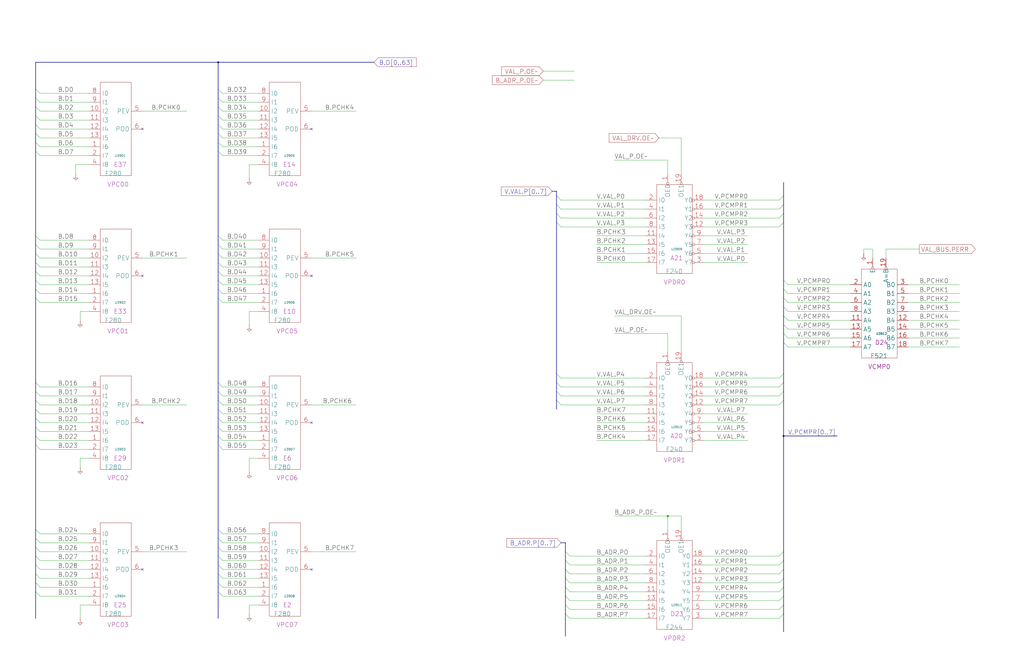
<source format=kicad_sch>
(kicad_sch (version 20220126) (generator eeschema)
  (paper "User" 584.2 378.46)
  (title_block (title "VAL DRIVER AND RECEIVER\\nPARITY") (date "22-MAR-90") (rev "1.0") (comment 1 "VALUE") (comment 2 "232-003063") (comment 3 "S400") (comment 4 "RELEASED"))
  (lib_symbols
    (symbol "r1000:F240" (pin_names (offset 1.016))
      (property "Reference" "U" (at 2.54 5.08 0))
      (property "Value" "F240" (at -3.81 -7.62 0))
      (property "Location" "___" (at -1.27 0 0))
      (property "Name" "______" (at 1.27 -15.24 0))
      (symbol "F240_1_1"
        (rectangle (start -8.89 41.91) (end 11.43 -8.89))
        (circle (center -2.54 42.545) (radius 0.635))
        (circle (center 5.08 42.545) (radius 0.635))
        (circle (center 12.065 -2.54) (radius 0.635))
        (circle (center 12.065 2.54) (radius 0.635))
        (circle (center 12.065 7.62) (radius 0.635))
        (circle (center 12.065 12.7) (radius 0.635))
        (circle (center 12.065 17.78) (radius 0.635))
        (circle (center 12.065 22.86) (radius 0.635))
        (circle (center 12.065 27.94) (radius 0.635))
        (circle (center 12.065 33.02) (radius 0.635))
        (pin input line (at -2.54 48.26 270) (length 5.08) (name "OE0") (number "1"))
        (pin input line (at -15.24 12.7 0) (length 6.35) (name "I4") (number "11"))
        (pin tri_state line (at 17.78 17.78 180) (length 5.08) (name "Y3") (number "12"))
        (pin input line (at -15.24 7.62 0) (length 6.35) (name "I5") (number "13"))
        (pin tri_state line (at 17.78 22.86 180) (length 5.08) (name "Y2") (number "14"))
        (pin input line (at -15.24 2.54 0) (length 6.35) (name "I6") (number "15"))
        (pin tri_state line (at 17.78 27.94 180) (length 5.08) (name "Y1") (number "16"))
        (pin input line (at -15.24 -2.54 0) (length 6.35) (name "I7") (number "17"))
        (pin tri_state line (at 17.78 33.02 180) (length 5.08) (name "Y0") (number "18"))
        (pin input line (at 5.08 48.26 270) (length 5.08) (name "OE1") (number "19"))
        (pin input line (at -15.24 33.02 0) (length 6.35) (name "I0") (number "2"))
        (pin tri_state line (at 17.78 -2.54 180) (length 5.08) (name "Y7") (number "3"))
        (pin input line (at -15.24 27.94 0) (length 6.35) (name "I1") (number "4"))
        (pin tri_state line (at 17.78 2.54 180) (length 5.08) (name "Y6") (number "5"))
        (pin input line (at -15.24 22.86 0) (length 6.35) (name "I2") (number "6"))
        (pin tri_state line (at 17.78 7.62 180) (length 5.08) (name "Y5") (number "7"))
        (pin input line (at -15.24 17.78 0) (length 6.35) (name "I3") (number "8"))
        (pin tri_state line (at 17.78 12.7 180) (length 5.08) (name "Y4") (number "9"))
      )
    )
    (symbol "r1000:F244" (pin_names (offset 1.016))
      (property "Reference" "U" (at 2.54 5.08 0))
      (property "Value" "F244" (at -3.81 -7.62 0))
      (property "Location" "___" (at -1.27 0 0))
      (property "Name" "______" (at 1.27 -15.24 0))
      (symbol "F244_1_1"
        (rectangle (start -8.89 41.91) (end 11.43 -8.89))
        (circle (center -2.54 42.545) (radius 0.635))
        (circle (center 5.08 42.545) (radius 0.635))
        (pin input line (at -2.54 48.26 270) (length 5.08) (name "OE0") (number "1"))
        (pin input line (at -15.24 12.7 0) (length 6.35) (name "I4") (number "11"))
        (pin tri_state line (at 17.78 17.78 180) (length 6.35) (name "Y3") (number "12"))
        (pin input line (at -15.24 7.62 0) (length 6.35) (name "I5") (number "13"))
        (pin tri_state line (at 17.78 22.86 180) (length 6.35) (name "Y2") (number "14"))
        (pin input line (at -15.24 2.54 0) (length 6.35) (name "I6") (number "15"))
        (pin tri_state line (at 17.78 27.94 180) (length 6.35) (name "Y1") (number "16"))
        (pin input line (at -15.24 -2.54 0) (length 6.35) (name "I7") (number "17"))
        (pin tri_state line (at 17.78 33.02 180) (length 6.35) (name "Y0") (number "18"))
        (pin input line (at 5.08 48.26 270) (length 5.08) (name "OE1") (number "19"))
        (pin input line (at -15.24 33.02 0) (length 6.35) (name "I0") (number "2"))
        (pin tri_state line (at 17.78 -2.54 180) (length 6.35) (name "Y7") (number "3"))
        (pin input line (at -15.24 27.94 0) (length 6.35) (name "I1") (number "4"))
        (pin tri_state line (at 17.78 2.54 180) (length 6.35) (name "Y6") (number "5"))
        (pin input line (at -15.24 22.86 0) (length 6.35) (name "I2") (number "6"))
        (pin tri_state line (at 17.78 7.62 180) (length 6.35) (name "Y5") (number "7"))
        (pin input line (at -15.24 17.78 0) (length 6.35) (name "I3") (number "8"))
        (pin tri_state line (at 17.78 12.7 180) (length 6.35) (name "Y4") (number "9"))
      )
    )
    (symbol "r1000:F280" (pin_names (offset 1.016))
      (property "Reference" "U" (at 2.54 5.08 0))
      (property "Value" "F280" (at -6.35 -5.08 0))
      (property "Location" "___" (at -1.27 0 0))
      (property "Name" "______" (at 1.27 -12.7 0))
      (symbol "F280_1_1"
        (rectangle (start -8.89 46.99) (end 8.89 -6.35))
        (pin input line (at -15.24 10.16 0) (length 6.35) (name "I6") (number "1"))
        (pin input line (at -15.24 30.48 0) (length 6.35) (name "I2") (number "10"))
        (pin input line (at -15.24 25.4 0) (length 6.35) (name "I3") (number "11"))
        (pin input line (at -15.24 20.32 0) (length 6.35) (name "I4") (number "12"))
        (pin input line (at -15.24 15.24 0) (length 6.35) (name "I5") (number "13"))
        (pin input line (at -15.24 5.08 0) (length 6.35) (name "I7") (number "2"))
        (pin input line (at -15.24 0 0) (length 6.35) (name "I8") (number "4"))
        (pin output line (at 15.24 30.48 180) (length 6.35) (name "PEV") (number "5"))
        (pin output line (at 15.24 20.32 180) (length 6.35) (name "POD") (number "6"))
        (pin input line (at -15.24 40.64 0) (length 6.35) (name "I0") (number "8"))
        (pin input line (at -15.24 35.56 0) (length 6.35) (name "I1") (number "9"))
      )
    )
    (symbol "r1000:F521" (pin_names (offset 1.016))
      (property "Reference" "U" (at 2.54 5.08 0))
      (property "Value" "F521" (at -3.81 -7.62 0))
      (property "Location" "___" (at -1.27 0 0))
      (property "Name" "______" (at 1.27 -15.24 0))
      (symbol "F521_1_1"
        (rectangle (start -8.89 41.91) (end 11.43 -8.89))
        (circle (center -2.54 42.545) (radius 0.635))
        (circle (center 5.08 42.545) (radius 0.635))
        (pin input line (at -2.54 48.26 270) (length 5.08) (name "E") (number "1"))
        (pin input line (at -15.24 12.7 0) (length 6.35) (name "A4") (number "11"))
        (pin input line (at 17.78 12.7 180) (length 6.35) (name "B4") (number "12"))
        (pin input line (at -15.24 7.62 0) (length 6.35) (name "A5") (number "13"))
        (pin input line (at 17.78 7.62 180) (length 6.35) (name "B5") (number "14"))
        (pin input line (at -15.24 2.54 0) (length 6.35) (name "A6") (number "15"))
        (pin input line (at 17.78 2.54 180) (length 6.35) (name "B6") (number "16"))
        (pin input line (at -15.24 -2.54 0) (length 6.35) (name "A7") (number "17"))
        (pin input line (at 17.78 -2.54 180) (length 6.35) (name "B7") (number "18"))
        (pin output line (at 5.08 48.26 270) (length 5.08) (name "A=B") (number "19"))
        (pin input line (at -15.24 33.02 0) (length 6.35) (name "A0") (number "2"))
        (pin input line (at 17.78 33.02 180) (length 6.35) (name "B0") (number "3"))
        (pin input line (at -15.24 27.94 0) (length 6.35) (name "A1") (number "4"))
        (pin input line (at 17.78 27.94 180) (length 6.35) (name "B1") (number "5"))
        (pin input line (at -15.24 22.86 0) (length 6.35) (name "A2") (number "6"))
        (pin input line (at 17.78 22.86 180) (length 6.35) (name "B2") (number "7"))
        (pin input line (at -15.24 17.78 0) (length 6.35) (name "A3") (number "8"))
        (pin input line (at 17.78 17.78 180) (length 6.35) (name "B3") (number "9"))
      )
    )
    (symbol "r1000:PD" (power) (pin_numbers hide) (pin_names hide) (in_bom no)
      (symbol "PD_0_1"
        (polyline (pts (xy 0 -2.54) (xy 1.27 -2.54) (xy 0 -3.81) (xy -1.27 -2.54) (xy 0 -2.54)) (stroke (width 0.1524)))
      )
      (symbol "PD_1_1"
        (pin power_in line (at 0 0 270) (length 2.54) (name "PD") (number "1"))
      )
    )
  )
  (bus (pts (xy 124.46 134.62) (xy 124.46 139.7)))
  (bus (pts (xy 124.46 139.7) (xy 124.46 144.78)))
  (bus (pts (xy 124.46 144.78) (xy 124.46 149.86)))
  (bus (pts (xy 124.46 149.86) (xy 124.46 154.94)))
  (bus (pts (xy 124.46 154.94) (xy 124.46 160.02)))
  (bus (pts (xy 124.46 160.02) (xy 124.46 165.1)))
  (bus (pts (xy 124.46 165.1) (xy 124.46 170.18)))
  (bus (pts (xy 124.46 170.18) (xy 124.46 218.44)))
  (bus (pts (xy 124.46 218.44) (xy 124.46 223.52)))
  (bus (pts (xy 124.46 223.52) (xy 124.46 228.6)))
  (bus (pts (xy 124.46 228.6) (xy 124.46 233.68)))
  (bus (pts (xy 124.46 233.68) (xy 124.46 238.76)))
  (bus (pts (xy 124.46 238.76) (xy 124.46 243.84)))
  (bus (pts (xy 124.46 243.84) (xy 124.46 248.92)))
  (bus (pts (xy 124.46 248.92) (xy 124.46 254)))
  (bus (pts (xy 124.46 254) (xy 124.46 302.26)))
  (bus (pts (xy 124.46 302.26) (xy 124.46 307.34)))
  (bus (pts (xy 124.46 307.34) (xy 124.46 312.42)))
  (bus (pts (xy 124.46 312.42) (xy 124.46 317.5)))
  (bus (pts (xy 124.46 317.5) (xy 124.46 322.58)))
  (bus (pts (xy 124.46 322.58) (xy 124.46 327.66)))
  (bus (pts (xy 124.46 327.66) (xy 124.46 332.74)))
  (bus (pts (xy 124.46 332.74) (xy 124.46 337.82)))
  (bus (pts (xy 124.46 337.82) (xy 124.46 353.06)))
  (bus (pts (xy 124.46 35.56) (xy 124.46 50.8)))
  (bus (pts (xy 124.46 35.56) (xy 213.36 35.56)))
  (bus (pts (xy 124.46 50.8) (xy 124.46 55.88)))
  (bus (pts (xy 124.46 55.88) (xy 124.46 60.96)))
  (bus (pts (xy 124.46 60.96) (xy 124.46 66.04)))
  (bus (pts (xy 124.46 66.04) (xy 124.46 71.12)))
  (bus (pts (xy 124.46 71.12) (xy 124.46 76.2)))
  (bus (pts (xy 124.46 76.2) (xy 124.46 81.28)))
  (bus (pts (xy 124.46 81.28) (xy 124.46 86.36)))
  (bus (pts (xy 124.46 86.36) (xy 124.46 134.62)))
  (bus (pts (xy 20.32 134.62) (xy 20.32 139.7)))
  (bus (pts (xy 20.32 139.7) (xy 20.32 144.78)))
  (bus (pts (xy 20.32 144.78) (xy 20.32 149.86)))
  (bus (pts (xy 20.32 149.86) (xy 20.32 154.94)))
  (bus (pts (xy 20.32 154.94) (xy 20.32 160.02)))
  (bus (pts (xy 20.32 160.02) (xy 20.32 165.1)))
  (bus (pts (xy 20.32 165.1) (xy 20.32 170.18)))
  (bus (pts (xy 20.32 170.18) (xy 20.32 218.44)))
  (bus (pts (xy 20.32 218.44) (xy 20.32 223.52)))
  (bus (pts (xy 20.32 223.52) (xy 20.32 228.6)))
  (bus (pts (xy 20.32 228.6) (xy 20.32 233.68)))
  (bus (pts (xy 20.32 233.68) (xy 20.32 238.76)))
  (bus (pts (xy 20.32 238.76) (xy 20.32 243.84)))
  (bus (pts (xy 20.32 243.84) (xy 20.32 248.92)))
  (bus (pts (xy 20.32 248.92) (xy 20.32 254)))
  (bus (pts (xy 20.32 254) (xy 20.32 302.26)))
  (bus (pts (xy 20.32 302.26) (xy 20.32 307.34)))
  (bus (pts (xy 20.32 307.34) (xy 20.32 312.42)))
  (bus (pts (xy 20.32 312.42) (xy 20.32 317.5)))
  (bus (pts (xy 20.32 317.5) (xy 20.32 322.58)))
  (bus (pts (xy 20.32 322.58) (xy 20.32 327.66)))
  (bus (pts (xy 20.32 327.66) (xy 20.32 332.74)))
  (bus (pts (xy 20.32 332.74) (xy 20.32 337.82)))
  (bus (pts (xy 20.32 337.82) (xy 20.32 353.06)))
  (bus (pts (xy 20.32 35.56) (xy 124.46 35.56)))
  (bus (pts (xy 20.32 35.56) (xy 20.32 50.8)))
  (bus (pts (xy 20.32 50.8) (xy 20.32 55.88)))
  (bus (pts (xy 20.32 55.88) (xy 20.32 60.96)))
  (bus (pts (xy 20.32 60.96) (xy 20.32 66.04)))
  (bus (pts (xy 20.32 66.04) (xy 20.32 71.12)))
  (bus (pts (xy 20.32 71.12) (xy 20.32 76.2)))
  (bus (pts (xy 20.32 76.2) (xy 20.32 81.28)))
  (bus (pts (xy 20.32 81.28) (xy 20.32 86.36)))
  (bus (pts (xy 20.32 86.36) (xy 20.32 134.62)))
  (bus (pts (xy 314.96 109.22) (xy 317.5 109.22)))
  (bus (pts (xy 317.5 109.22) (xy 317.5 111.76)))
  (bus (pts (xy 317.5 111.76) (xy 317.5 116.84)))
  (bus (pts (xy 317.5 116.84) (xy 317.5 121.92)))
  (bus (pts (xy 317.5 121.92) (xy 317.5 127)))
  (bus (pts (xy 317.5 127) (xy 317.5 213.36)))
  (bus (pts (xy 317.5 213.36) (xy 317.5 218.44)))
  (bus (pts (xy 317.5 218.44) (xy 317.5 223.52)))
  (bus (pts (xy 317.5 223.52) (xy 317.5 228.6)))
  (bus (pts (xy 317.5 228.6) (xy 317.5 233.68)))
  (bus (pts (xy 320.04 309.88) (xy 322.58 309.88)))
  (bus (pts (xy 322.58 309.88) (xy 322.58 314.96)))
  (bus (pts (xy 322.58 314.96) (xy 322.58 320.04)))
  (bus (pts (xy 322.58 320.04) (xy 322.58 325.12)))
  (bus (pts (xy 322.58 325.12) (xy 322.58 330.2)))
  (bus (pts (xy 322.58 330.2) (xy 322.58 335.28)))
  (bus (pts (xy 322.58 335.28) (xy 322.58 340.36)))
  (bus (pts (xy 322.58 340.36) (xy 322.58 345.44)))
  (bus (pts (xy 322.58 345.44) (xy 322.58 350.52)))
  (bus (pts (xy 322.58 350.52) (xy 322.58 363.22)))
  (bus (pts (xy 447.04 104.14) (xy 447.04 111.76)))
  (bus (pts (xy 447.04 111.76) (xy 447.04 116.84)))
  (bus (pts (xy 447.04 116.84) (xy 447.04 121.92)))
  (bus (pts (xy 447.04 121.92) (xy 447.04 127)))
  (bus (pts (xy 447.04 127) (xy 447.04 160.02)))
  (bus (pts (xy 447.04 160.02) (xy 447.04 165.1)))
  (bus (pts (xy 447.04 165.1) (xy 447.04 170.18)))
  (bus (pts (xy 447.04 170.18) (xy 447.04 175.26)))
  (bus (pts (xy 447.04 175.26) (xy 447.04 180.34)))
  (bus (pts (xy 447.04 180.34) (xy 447.04 185.42)))
  (bus (pts (xy 447.04 185.42) (xy 447.04 190.5)))
  (bus (pts (xy 447.04 190.5) (xy 447.04 195.58)))
  (bus (pts (xy 447.04 195.58) (xy 447.04 213.36)))
  (bus (pts (xy 447.04 213.36) (xy 447.04 218.44)))
  (bus (pts (xy 447.04 218.44) (xy 447.04 223.52)))
  (bus (pts (xy 447.04 223.52) (xy 447.04 228.6)))
  (bus (pts (xy 447.04 228.6) (xy 447.04 248.92)))
  (bus (pts (xy 447.04 248.92) (xy 447.04 314.96)))
  (bus (pts (xy 447.04 248.92) (xy 477.52 248.92)))
  (bus (pts (xy 447.04 314.96) (xy 447.04 320.04)))
  (bus (pts (xy 447.04 320.04) (xy 447.04 325.12)))
  (bus (pts (xy 447.04 325.12) (xy 447.04 330.2)))
  (bus (pts (xy 447.04 330.2) (xy 447.04 335.28)))
  (bus (pts (xy 447.04 335.28) (xy 447.04 340.36)))
  (bus (pts (xy 447.04 340.36) (xy 447.04 345.44)))
  (bus (pts (xy 447.04 345.44) (xy 447.04 350.52)))
  (bus (pts (xy 447.04 350.52) (xy 447.04 360.68)))
  (wire (pts (xy 127 137.16) (xy 147.32 137.16)))
  (wire (pts (xy 127 142.24) (xy 147.32 142.24)))
  (wire (pts (xy 127 147.32) (xy 147.32 147.32)))
  (wire (pts (xy 127 152.4) (xy 147.32 152.4)))
  (wire (pts (xy 127 157.48) (xy 147.32 157.48)))
  (wire (pts (xy 127 162.56) (xy 147.32 162.56)))
  (wire (pts (xy 127 167.64) (xy 147.32 167.64)))
  (wire (pts (xy 127 172.72) (xy 147.32 172.72)))
  (wire (pts (xy 127 220.98) (xy 147.32 220.98)))
  (wire (pts (xy 127 226.06) (xy 147.32 226.06)))
  (wire (pts (xy 127 231.14) (xy 147.32 231.14)))
  (wire (pts (xy 127 236.22) (xy 147.32 236.22)))
  (wire (pts (xy 127 241.3) (xy 147.32 241.3)))
  (wire (pts (xy 127 246.38) (xy 147.32 246.38)))
  (wire (pts (xy 127 251.46) (xy 147.32 251.46)))
  (wire (pts (xy 127 256.54) (xy 147.32 256.54)))
  (wire (pts (xy 127 304.8) (xy 147.32 304.8)))
  (wire (pts (xy 127 309.88) (xy 147.32 309.88)))
  (wire (pts (xy 127 314.96) (xy 147.32 314.96)))
  (wire (pts (xy 127 320.04) (xy 147.32 320.04)))
  (wire (pts (xy 127 325.12) (xy 147.32 325.12)))
  (wire (pts (xy 127 330.2) (xy 147.32 330.2)))
  (wire (pts (xy 127 335.28) (xy 147.32 335.28)))
  (wire (pts (xy 127 340.36) (xy 147.32 340.36)))
  (wire (pts (xy 127 53.34) (xy 147.32 53.34)))
  (wire (pts (xy 127 58.42) (xy 147.32 58.42)))
  (wire (pts (xy 127 63.5) (xy 147.32 63.5)))
  (wire (pts (xy 127 68.58) (xy 147.32 68.58)))
  (wire (pts (xy 127 73.66) (xy 147.32 73.66)))
  (wire (pts (xy 127 78.74) (xy 147.32 78.74)))
  (wire (pts (xy 127 83.82) (xy 147.32 83.82)))
  (wire (pts (xy 127 88.9) (xy 147.32 88.9)))
  (wire (pts (xy 142.24 101.6) (xy 142.24 93.98)))
  (wire (pts (xy 142.24 177.8) (xy 147.32 177.8)))
  (wire (pts (xy 142.24 185.42) (xy 142.24 177.8)))
  (wire (pts (xy 142.24 261.62) (xy 147.32 261.62)))
  (wire (pts (xy 142.24 269.24) (xy 142.24 261.62)))
  (wire (pts (xy 142.24 345.44) (xy 147.32 345.44)))
  (wire (pts (xy 142.24 350.52) (xy 142.24 345.44)))
  (wire (pts (xy 142.24 93.98) (xy 147.32 93.98)))
  (wire (pts (xy 177.8 147.32) (xy 203.2 147.32)))
  (wire (pts (xy 177.8 231.14) (xy 203.2 231.14)))
  (wire (pts (xy 177.8 314.96) (xy 203.2 314.96)))
  (wire (pts (xy 177.8 63.5) (xy 203.2 63.5)))
  (wire (pts (xy 22.86 137.16) (xy 50.8 137.16)))
  (wire (pts (xy 22.86 142.24) (xy 50.8 142.24)))
  (wire (pts (xy 22.86 147.32) (xy 50.8 147.32)))
  (wire (pts (xy 22.86 152.4) (xy 50.8 152.4)))
  (wire (pts (xy 22.86 157.48) (xy 50.8 157.48)))
  (wire (pts (xy 22.86 162.56) (xy 50.8 162.56)))
  (wire (pts (xy 22.86 167.64) (xy 50.8 167.64)))
  (wire (pts (xy 22.86 172.72) (xy 50.8 172.72)))
  (wire (pts (xy 22.86 220.98) (xy 50.8 220.98)))
  (wire (pts (xy 22.86 226.06) (xy 50.8 226.06)))
  (wire (pts (xy 22.86 231.14) (xy 50.8 231.14)))
  (wire (pts (xy 22.86 236.22) (xy 50.8 236.22)))
  (wire (pts (xy 22.86 241.3) (xy 50.8 241.3)))
  (wire (pts (xy 22.86 246.38) (xy 50.8 246.38)))
  (wire (pts (xy 22.86 251.46) (xy 50.8 251.46)))
  (wire (pts (xy 22.86 256.54) (xy 50.8 256.54)))
  (wire (pts (xy 22.86 304.8) (xy 50.8 304.8)))
  (wire (pts (xy 22.86 309.88) (xy 50.8 309.88)))
  (wire (pts (xy 22.86 314.96) (xy 50.8 314.96)))
  (wire (pts (xy 22.86 320.04) (xy 50.8 320.04)))
  (wire (pts (xy 22.86 325.12) (xy 50.8 325.12)))
  (wire (pts (xy 22.86 330.2) (xy 50.8 330.2)))
  (wire (pts (xy 22.86 335.28) (xy 50.8 335.28)))
  (wire (pts (xy 22.86 340.36) (xy 50.8 340.36)))
  (wire (pts (xy 22.86 53.34) (xy 50.8 53.34)))
  (wire (pts (xy 22.86 58.42) (xy 50.8 58.42)))
  (wire (pts (xy 22.86 63.5) (xy 50.8 63.5)))
  (wire (pts (xy 22.86 68.58) (xy 50.8 68.58)))
  (wire (pts (xy 22.86 73.66) (xy 50.8 73.66)))
  (wire (pts (xy 22.86 78.74) (xy 50.8 78.74)))
  (wire (pts (xy 22.86 83.82) (xy 50.8 83.82)))
  (wire (pts (xy 22.86 88.9) (xy 50.8 88.9)))
  (wire (pts (xy 309.88 40.64) (xy 327.66 40.64)))
  (wire (pts (xy 309.88 45.72) (xy 327.66 45.72)))
  (wire (pts (xy 320.04 114.3) (xy 368.3 114.3)))
  (wire (pts (xy 320.04 119.38) (xy 368.3 119.38)))
  (wire (pts (xy 320.04 124.46) (xy 368.3 124.46)))
  (wire (pts (xy 320.04 129.54) (xy 368.3 129.54)))
  (wire (pts (xy 320.04 215.9) (xy 368.3 215.9)))
  (wire (pts (xy 320.04 220.98) (xy 368.3 220.98)))
  (wire (pts (xy 320.04 226.06) (xy 368.3 226.06)))
  (wire (pts (xy 320.04 231.14) (xy 368.3 231.14)))
  (wire (pts (xy 325.12 317.5) (xy 368.3 317.5)))
  (wire (pts (xy 325.12 322.58) (xy 368.3 322.58)))
  (wire (pts (xy 325.12 327.66) (xy 368.3 327.66)))
  (wire (pts (xy 325.12 332.74) (xy 368.3 332.74)))
  (wire (pts (xy 325.12 337.82) (xy 368.3 337.82)))
  (wire (pts (xy 325.12 342.9) (xy 368.3 342.9)))
  (wire (pts (xy 325.12 347.98) (xy 368.3 347.98)))
  (wire (pts (xy 325.12 353.06) (xy 368.3 353.06)))
  (wire (pts (xy 340.36 134.62) (xy 368.3 134.62)))
  (wire (pts (xy 340.36 139.7) (xy 368.3 139.7)))
  (wire (pts (xy 340.36 144.78) (xy 368.3 144.78)))
  (wire (pts (xy 340.36 149.86) (xy 368.3 149.86)))
  (wire (pts (xy 340.36 236.22) (xy 368.3 236.22)))
  (wire (pts (xy 340.36 241.3) (xy 368.3 241.3)))
  (wire (pts (xy 340.36 246.38) (xy 368.3 246.38)))
  (wire (pts (xy 340.36 251.46) (xy 368.3 251.46)))
  (wire (pts (xy 350.52 180.34) (xy 388.62 180.34)))
  (wire (pts (xy 350.52 190.5) (xy 381 190.5)))
  (wire (pts (xy 350.52 294.64) (xy 381 294.64)))
  (wire (pts (xy 350.52 91.44) (xy 381 91.44)))
  (wire (pts (xy 375.92 78.74) (xy 388.62 78.74)))
  (wire (pts (xy 381 190.5) (xy 381 200.66)))
  (wire (pts (xy 381 294.64) (xy 381 302.26)))
  (wire (pts (xy 381 294.64) (xy 388.62 294.64)))
  (wire (pts (xy 381 91.44) (xy 381 99.06)))
  (wire (pts (xy 388.62 180.34) (xy 388.62 200.66)))
  (wire (pts (xy 388.62 294.64) (xy 388.62 302.26)))
  (wire (pts (xy 388.62 78.74) (xy 388.62 99.06)))
  (wire (pts (xy 401.32 114.3) (xy 444.5 114.3)))
  (wire (pts (xy 401.32 119.38) (xy 444.5 119.38)))
  (wire (pts (xy 401.32 124.46) (xy 444.5 124.46)))
  (wire (pts (xy 401.32 129.54) (xy 444.5 129.54)))
  (wire (pts (xy 401.32 134.62) (xy 426.72 134.62)))
  (wire (pts (xy 401.32 139.7) (xy 426.72 139.7)))
  (wire (pts (xy 401.32 144.78) (xy 426.72 144.78)))
  (wire (pts (xy 401.32 149.86) (xy 426.72 149.86)))
  (wire (pts (xy 401.32 215.9) (xy 444.5 215.9)))
  (wire (pts (xy 401.32 220.98) (xy 444.5 220.98)))
  (wire (pts (xy 401.32 226.06) (xy 444.5 226.06)))
  (wire (pts (xy 401.32 231.14) (xy 444.5 231.14)))
  (wire (pts (xy 401.32 236.22) (xy 426.72 236.22)))
  (wire (pts (xy 401.32 241.3) (xy 426.72 241.3)))
  (wire (pts (xy 401.32 246.38) (xy 426.72 246.38)))
  (wire (pts (xy 401.32 251.46) (xy 426.72 251.46)))
  (wire (pts (xy 401.32 317.5) (xy 444.5 317.5)))
  (wire (pts (xy 401.32 322.58) (xy 444.5 322.58)))
  (wire (pts (xy 401.32 327.66) (xy 444.5 327.66)))
  (wire (pts (xy 401.32 332.74) (xy 444.5 332.74)))
  (wire (pts (xy 401.32 337.82) (xy 444.5 337.82)))
  (wire (pts (xy 401.32 342.9) (xy 444.5 342.9)))
  (wire (pts (xy 401.32 347.98) (xy 444.5 347.98)))
  (wire (pts (xy 401.32 353.06) (xy 444.5 353.06)))
  (wire (pts (xy 43.18 93.98) (xy 43.18 99.06)))
  (wire (pts (xy 449.58 162.56) (xy 485.14 162.56)))
  (wire (pts (xy 449.58 167.64) (xy 485.14 167.64)))
  (wire (pts (xy 449.58 172.72) (xy 485.14 172.72)))
  (wire (pts (xy 449.58 177.8) (xy 485.14 177.8)))
  (wire (pts (xy 449.58 182.88) (xy 485.14 182.88)))
  (wire (pts (xy 449.58 187.96) (xy 485.14 187.96)))
  (wire (pts (xy 449.58 193.04) (xy 485.14 193.04)))
  (wire (pts (xy 449.58 198.12) (xy 485.14 198.12)))
  (wire (pts (xy 45.72 177.8) (xy 50.8 177.8)))
  (wire (pts (xy 45.72 182.88) (xy 45.72 177.8)))
  (wire (pts (xy 45.72 261.62) (xy 50.8 261.62)))
  (wire (pts (xy 45.72 266.7) (xy 45.72 261.62)))
  (wire (pts (xy 45.72 345.44) (xy 50.8 345.44)))
  (wire (pts (xy 45.72 353.06) (xy 45.72 345.44)))
  (wire (pts (xy 492.76 142.24) (xy 497.84 142.24)))
  (wire (pts (xy 492.76 144.78) (xy 492.76 142.24)))
  (wire (pts (xy 497.84 142.24) (xy 497.84 147.32)))
  (wire (pts (xy 50.8 93.98) (xy 43.18 93.98)))
  (wire (pts (xy 505.46 142.24) (xy 505.46 147.32)))
  (wire (pts (xy 518.16 162.56) (xy 547.37 162.56)))
  (wire (pts (xy 518.16 167.64) (xy 547.37 167.64)))
  (wire (pts (xy 518.16 172.72) (xy 547.37 172.72)))
  (wire (pts (xy 518.16 177.8) (xy 547.37 177.8)))
  (wire (pts (xy 518.16 182.88) (xy 547.37 182.88)))
  (wire (pts (xy 518.16 187.96) (xy 547.37 187.96)))
  (wire (pts (xy 518.16 193.04) (xy 547.37 193.04)))
  (wire (pts (xy 518.16 198.12) (xy 547.37 198.12)))
  (wire (pts (xy 524.51 142.24) (xy 505.46 142.24)))
  (wire (pts (xy 81.28 147.32) (xy 106.68 147.32)))
  (wire (pts (xy 81.28 231.14) (xy 106.68 231.14)))
  (wire (pts (xy 81.28 314.96) (xy 106.68 314.96)))
  (wire (pts (xy 81.28 63.5) (xy 106.68 63.5)))
  (bus_entry (at 20.32 50.8) (size 2.54 2.54))
  (bus_entry (at 20.32 55.88) (size 2.54 2.54))
  (bus_entry (at 20.32 60.96) (size 2.54 2.54))
  (bus_entry (at 20.32 66.04) (size 2.54 2.54))
  (bus_entry (at 20.32 71.12) (size 2.54 2.54))
  (bus_entry (at 20.32 76.2) (size 2.54 2.54))
  (bus_entry (at 20.32 81.28) (size 2.54 2.54))
  (bus_entry (at 20.32 86.36) (size 2.54 2.54))
  (bus_entry (at 20.32 134.62) (size 2.54 2.54))
  (bus_entry (at 20.32 139.7) (size 2.54 2.54))
  (bus_entry (at 20.32 144.78) (size 2.54 2.54))
  (bus_entry (at 20.32 149.86) (size 2.54 2.54))
  (bus_entry (at 20.32 154.94) (size 2.54 2.54))
  (bus_entry (at 20.32 160.02) (size 2.54 2.54))
  (bus_entry (at 20.32 165.1) (size 2.54 2.54))
  (bus_entry (at 20.32 170.18) (size 2.54 2.54))
  (bus_entry (at 20.32 218.44) (size 2.54 2.54))
  (bus_entry (at 20.32 223.52) (size 2.54 2.54))
  (bus_entry (at 20.32 228.6) (size 2.54 2.54))
  (bus_entry (at 20.32 233.68) (size 2.54 2.54))
  (bus_entry (at 20.32 238.76) (size 2.54 2.54))
  (bus_entry (at 20.32 243.84) (size 2.54 2.54))
  (bus_entry (at 20.32 248.92) (size 2.54 2.54))
  (bus_entry (at 20.32 254) (size 2.54 2.54))
  (bus_entry (at 20.32 302.26) (size 2.54 2.54))
  (bus_entry (at 20.32 307.34) (size 2.54 2.54))
  (bus_entry (at 20.32 312.42) (size 2.54 2.54))
  (bus_entry (at 20.32 317.5) (size 2.54 2.54))
  (bus_entry (at 20.32 322.58) (size 2.54 2.54))
  (bus_entry (at 20.32 327.66) (size 2.54 2.54))
  (bus_entry (at 20.32 332.74) (size 2.54 2.54))
  (bus_entry (at 20.32 337.82) (size 2.54 2.54))
  (label "B.D0" (at 33.02 53.34 0) (effects (font (size 2.54 2.54))))
  (label "B.D1" (at 33.02 58.42 0) (effects (font (size 2.54 2.54))))
  (label "B.D2" (at 33.02 63.5 0) (effects (font (size 2.54 2.54))))
  (label "B.D3" (at 33.02 68.58 0) (effects (font (size 2.54 2.54))))
  (label "B.D4" (at 33.02 73.66 0) (effects (font (size 2.54 2.54))))
  (label "B.D5" (at 33.02 78.74 0) (effects (font (size 2.54 2.54))))
  (label "B.D6" (at 33.02 83.82 0) (effects (font (size 2.54 2.54))))
  (label "B.D7" (at 33.02 88.9 0) (effects (font (size 2.54 2.54))))
  (label "B.D8" (at 33.02 137.16 0) (effects (font (size 2.54 2.54))))
  (label "B.D9" (at 33.02 142.24 0) (effects (font (size 2.54 2.54))))
  (label "B.D10" (at 33.02 147.32 0) (effects (font (size 2.54 2.54))))
  (label "B.D11" (at 33.02 152.4 0) (effects (font (size 2.54 2.54))))
  (label "B.D12" (at 33.02 157.48 0) (effects (font (size 2.54 2.54))))
  (label "B.D13" (at 33.02 162.56 0) (effects (font (size 2.54 2.54))))
  (label "B.D14" (at 33.02 167.64 0) (effects (font (size 2.54 2.54))))
  (label "B.D15" (at 33.02 172.72 0) (effects (font (size 2.54 2.54))))
  (label "B.D16" (at 33.02 220.98 0) (effects (font (size 2.54 2.54))))
  (label "B.D17" (at 33.02 226.06 0) (effects (font (size 2.54 2.54))))
  (label "B.D18" (at 33.02 231.14 0) (effects (font (size 2.54 2.54))))
  (label "B.D19" (at 33.02 236.22 0) (effects (font (size 2.54 2.54))))
  (label "B.D20" (at 33.02 241.3 0) (effects (font (size 2.54 2.54))))
  (label "B.D21" (at 33.02 246.38 0) (effects (font (size 2.54 2.54))))
  (label "B.D22" (at 33.02 251.46 0) (effects (font (size 2.54 2.54))))
  (label "B.D23" (at 33.02 256.54 0) (effects (font (size 2.54 2.54))))
  (label "B.D24" (at 33.02 304.8 0) (effects (font (size 2.54 2.54))))
  (label "B.D25" (at 33.02 309.88 0) (effects (font (size 2.54 2.54))))
  (label "B.D26" (at 33.02 314.96 0) (effects (font (size 2.54 2.54))))
  (label "B.D27" (at 33.02 320.04 0) (effects (font (size 2.54 2.54))))
  (label "B.D28" (at 33.02 325.12 0) (effects (font (size 2.54 2.54))))
  (label "B.D29" (at 33.02 330.2 0) (effects (font (size 2.54 2.54))))
  (label "B.D30" (at 33.02 335.28 0) (effects (font (size 2.54 2.54))))
  (label "B.D31" (at 33.02 340.36 0) (effects (font (size 2.54 2.54))))
  (symbol (lib_id "r1000:PD") (at 43.18 99.06 0) (unit 1) (in_bom no)
    (property "Reference" "#PWR03901" (effects hide))
    (property "Value" "PD" (effects hide))
  )
  (symbol (lib_id "r1000:PD") (at 45.72 182.88 0) (unit 1) (in_bom no)
    (property "Reference" "#PWR03902" (effects hide))
    (property "Value" "PD" (effects hide))
  )
  (symbol (lib_id "r1000:PD") (at 45.72 266.7 0) (unit 1) (in_bom no)
    (property "Reference" "#PWR03903" (effects hide))
    (property "Value" "PD" (effects hide))
  )
  (symbol (lib_id "r1000:PD") (at 45.72 353.06 0) (unit 1) (in_bom no)
    (property "Reference" "#PWR03904" (effects hide))
    (property "Value" "PD" (effects hide))
  )
  (symbol (lib_id "r1000:F280") (at 66.04 93.98 0) (unit 1)
    (property "Reference" "U3901" (at 68.58 88.9 0))
    (property "Value" "F280" (at 59.69 99.06 0) (effects (font (size 2.54 2.54)) (justify left)))
    (property "Location" "E37" (at 64.77 93.98 0) (effects (font (size 2.54 2.54)) (justify left)))
    (property "Name" "VPC00" (at 67.31 106.68 0) (effects (font (size 2.54 2.54)) (justify bottom)))
  )
  (symbol (lib_id "r1000:F280") (at 66.04 177.8 0) (unit 1)
    (property "Reference" "U3902" (at 68.58 172.72 0))
    (property "Value" "F280" (at 59.69 182.88 0) (effects (font (size 2.54 2.54)) (justify left)))
    (property "Location" "E33" (at 64.77 177.8 0) (effects (font (size 2.54 2.54)) (justify left)))
    (property "Name" "VPC01" (at 67.31 190.5 0) (effects (font (size 2.54 2.54)) (justify bottom)))
  )
  (symbol (lib_id "r1000:F280") (at 66.04 261.62 0) (unit 1)
    (property "Reference" "U3903" (at 68.58 256.54 0))
    (property "Value" "F280" (at 59.69 266.7 0) (effects (font (size 2.54 2.54)) (justify left)))
    (property "Location" "E29" (at 64.77 261.62 0) (effects (font (size 2.54 2.54)) (justify left)))
    (property "Name" "VPC02" (at 67.31 274.32 0) (effects (font (size 2.54 2.54)) (justify bottom)))
  )
  (symbol (lib_id "r1000:F280") (at 66.04 345.44 0) (unit 1)
    (property "Reference" "U3904" (at 68.58 340.36 0))
    (property "Value" "F280" (at 59.69 350.52 0) (effects (font (size 2.54 2.54)) (justify left)))
    (property "Location" "E25" (at 64.77 345.44 0) (effects (font (size 2.54 2.54)) (justify left)))
    (property "Name" "VPC03" (at 67.31 358.14 0) (effects (font (size 2.54 2.54)) (justify bottom)))
  )
  (no_connect (at 81.28 73.66))
  (no_connect (at 81.28 157.48))
  (no_connect (at 81.28 241.3))
  (no_connect (at 81.28 325.12))
  (label "B.PCHK1" (at 85.09 147.32 0) (effects (font (size 2.54 2.54))))
  (label "B.PCHK3" (at 85.09 314.96 0) (effects (font (size 2.54 2.54))))
  (label "B.PCHK0" (at 86.36 63.5 0) (effects (font (size 2.54 2.54))))
  (label "B.PCHK2" (at 86.36 231.14 0) (effects (font (size 2.54 2.54))))
  (junction (at 124.46 35.56))
  (bus_entry (at 124.46 50.8) (size 2.54 2.54))
  (bus_entry (at 124.46 55.88) (size 2.54 2.54))
  (bus_entry (at 124.46 60.96) (size 2.54 2.54))
  (bus_entry (at 124.46 66.04) (size 2.54 2.54))
  (bus_entry (at 124.46 71.12) (size 2.54 2.54))
  (bus_entry (at 124.46 76.2) (size 2.54 2.54))
  (bus_entry (at 124.46 81.28) (size 2.54 2.54))
  (bus_entry (at 124.46 86.36) (size 2.54 2.54))
  (bus_entry (at 124.46 134.62) (size 2.54 2.54))
  (bus_entry (at 124.46 139.7) (size 2.54 2.54))
  (bus_entry (at 124.46 144.78) (size 2.54 2.54))
  (bus_entry (at 124.46 149.86) (size 2.54 2.54))
  (bus_entry (at 124.46 154.94) (size 2.54 2.54))
  (bus_entry (at 124.46 160.02) (size 2.54 2.54))
  (bus_entry (at 124.46 165.1) (size 2.54 2.54))
  (bus_entry (at 124.46 170.18) (size 2.54 2.54))
  (bus_entry (at 124.46 218.44) (size 2.54 2.54))
  (bus_entry (at 124.46 223.52) (size 2.54 2.54))
  (bus_entry (at 124.46 228.6) (size 2.54 2.54))
  (bus_entry (at 124.46 233.68) (size 2.54 2.54))
  (bus_entry (at 124.46 238.76) (size 2.54 2.54))
  (bus_entry (at 124.46 243.84) (size 2.54 2.54))
  (bus_entry (at 124.46 248.92) (size 2.54 2.54))
  (bus_entry (at 124.46 254) (size 2.54 2.54))
  (bus_entry (at 124.46 302.26) (size 2.54 2.54))
  (bus_entry (at 124.46 307.34) (size 2.54 2.54))
  (bus_entry (at 124.46 312.42) (size 2.54 2.54))
  (bus_entry (at 124.46 317.5) (size 2.54 2.54))
  (bus_entry (at 124.46 322.58) (size 2.54 2.54))
  (bus_entry (at 124.46 327.66) (size 2.54 2.54))
  (bus_entry (at 124.46 332.74) (size 2.54 2.54))
  (bus_entry (at 124.46 337.82) (size 2.54 2.54))
  (label "B.D32" (at 129.54 53.34 0) (effects (font (size 2.54 2.54))))
  (label "B.D33" (at 129.54 58.42 0) (effects (font (size 2.54 2.54))))
  (label "B.D34" (at 129.54 63.5 0) (effects (font (size 2.54 2.54))))
  (label "B.D35" (at 129.54 68.58 0) (effects (font (size 2.54 2.54))))
  (label "B.D36" (at 129.54 73.66 0) (effects (font (size 2.54 2.54))))
  (label "B.D37" (at 129.54 78.74 0) (effects (font (size 2.54 2.54))))
  (label "B.D38" (at 129.54 83.82 0) (effects (font (size 2.54 2.54))))
  (label "B.D39" (at 129.54 88.9 0) (effects (font (size 2.54 2.54))))
  (label "B.D40" (at 129.54 137.16 0) (effects (font (size 2.54 2.54))))
  (label "B.D41" (at 129.54 142.24 0) (effects (font (size 2.54 2.54))))
  (label "B.D42" (at 129.54 147.32 0) (effects (font (size 2.54 2.54))))
  (label "B.D43" (at 129.54 152.4 0) (effects (font (size 2.54 2.54))))
  (label "B.D44" (at 129.54 157.48 0) (effects (font (size 2.54 2.54))))
  (label "B.D45" (at 129.54 162.56 0) (effects (font (size 2.54 2.54))))
  (label "B.D46" (at 129.54 167.64 0) (effects (font (size 2.54 2.54))))
  (label "B.D47" (at 129.54 172.72 0) (effects (font (size 2.54 2.54))))
  (label "B.D48" (at 129.54 220.98 0) (effects (font (size 2.54 2.54))))
  (label "B.D49" (at 129.54 226.06 0) (effects (font (size 2.54 2.54))))
  (label "B.D50" (at 129.54 231.14 0) (effects (font (size 2.54 2.54))))
  (label "B.D51" (at 129.54 236.22 0) (effects (font (size 2.54 2.54))))
  (label "B.D52" (at 129.54 241.3 0) (effects (font (size 2.54 2.54))))
  (label "B.D53" (at 129.54 246.38 0) (effects (font (size 2.54 2.54))))
  (label "B.D54" (at 129.54 251.46 0) (effects (font (size 2.54 2.54))))
  (label "B.D55" (at 129.54 256.54 0) (effects (font (size 2.54 2.54))))
  (label "B.D56" (at 129.54 304.8 0) (effects (font (size 2.54 2.54))))
  (label "B.D57" (at 129.54 309.88 0) (effects (font (size 2.54 2.54))))
  (label "B.D58" (at 129.54 314.96 0) (effects (font (size 2.54 2.54))))
  (label "B.D59" (at 129.54 320.04 0) (effects (font (size 2.54 2.54))))
  (label "B.D60" (at 129.54 325.12 0) (effects (font (size 2.54 2.54))))
  (label "B.D61" (at 129.54 330.2 0) (effects (font (size 2.54 2.54))))
  (label "B.D62" (at 129.54 335.28 0) (effects (font (size 2.54 2.54))))
  (label "B.D63" (at 129.54 340.36 0) (effects (font (size 2.54 2.54))))
  (symbol (lib_id "r1000:PD") (at 142.24 101.6 0) (unit 1) (in_bom no)
    (property "Reference" "#PWR03905" (effects hide))
    (property "Value" "PD" (effects hide))
  )
  (symbol (lib_id "r1000:PD") (at 142.24 185.42 0) (unit 1) (in_bom no)
    (property "Reference" "#PWR03906" (effects hide))
    (property "Value" "PD" (effects hide))
  )
  (symbol (lib_id "r1000:PD") (at 142.24 269.24 0) (unit 1) (in_bom no)
    (property "Reference" "#PWR03907" (effects hide))
    (property "Value" "PD" (effects hide))
  )
  (symbol (lib_id "r1000:PD") (at 142.24 350.52 0) (unit 1) (in_bom no)
    (property "Reference" "#PWR03908" (effects hide))
    (property "Value" "PD" (effects hide))
  )
  (symbol (lib_id "r1000:F280") (at 162.56 93.98 0) (unit 1)
    (property "Reference" "U3905" (at 165.1 88.9 0))
    (property "Value" "F280" (at 156.21 99.06 0) (effects (font (size 2.54 2.54)) (justify left)))
    (property "Location" "E14" (at 161.29 93.98 0) (effects (font (size 2.54 2.54)) (justify left)))
    (property "Name" "VPC04" (at 163.83 106.68 0) (effects (font (size 2.54 2.54)) (justify bottom)))
  )
  (symbol (lib_id "r1000:F280") (at 162.56 177.8 0) (unit 1)
    (property "Reference" "U3906" (at 165.1 172.72 0))
    (property "Value" "F280" (at 156.21 182.88 0) (effects (font (size 2.54 2.54)) (justify left)))
    (property "Location" "E10" (at 161.29 177.8 0) (effects (font (size 2.54 2.54)) (justify left)))
    (property "Name" "VPC05" (at 163.83 190.5 0) (effects (font (size 2.54 2.54)) (justify bottom)))
  )
  (symbol (lib_id "r1000:F280") (at 162.56 261.62 0) (unit 1)
    (property "Reference" "U3907" (at 165.1 256.54 0))
    (property "Value" "F280" (at 156.21 266.7 0) (effects (font (size 2.54 2.54)) (justify left)))
    (property "Location" "E6" (at 161.29 261.62 0) (effects (font (size 2.54 2.54)) (justify left)))
    (property "Name" "VPC06" (at 163.83 274.32 0) (effects (font (size 2.54 2.54)) (justify bottom)))
  )
  (symbol (lib_id "r1000:F280") (at 162.56 345.44 0) (unit 1)
    (property "Reference" "U3908" (at 165.1 340.36 0))
    (property "Value" "F280" (at 156.21 350.52 0) (effects (font (size 2.54 2.54)) (justify left)))
    (property "Location" "E2" (at 161.29 345.44 0) (effects (font (size 2.54 2.54)) (justify left)))
    (property "Name" "VPC07" (at 163.83 358.14 0) (effects (font (size 2.54 2.54)) (justify bottom)))
  )
  (no_connect (at 177.8 73.66))
  (no_connect (at 177.8 157.48))
  (no_connect (at 177.8 241.3))
  (no_connect (at 177.8 325.12))
  (label "B.PCHK6" (at 184.15 231.14 0) (effects (font (size 2.54 2.54))))
  (label "B.PCHK4" (at 185.42 63.5 0) (effects (font (size 2.54 2.54))))
  (label "B.PCHK5" (at 185.42 147.32 0) (effects (font (size 2.54 2.54))))
  (label "B.PCHK7" (at 185.42 314.96 0) (effects (font (size 2.54 2.54))))
  (global_label "B.D[0..63]" (shape input) (at 213.36 35.56 0) (effects (font (size 2.54 2.54))) (property "Intersheet References" "${INTERSHEET_REFS}" (at 237.5384 35.4013 0) (effects (font (size 2.54 2.54)) (justify left))))
  (global_label "VAL_P.OE~" (shape input) (at 309.88 40.64 180) (effects (font (size 2.54 2.54))) (property "Intersheet References" "${INTERSHEET_REFS}" (at 286.1854 40.4813 0) (effects (font (size 2.54 2.54)) (justify right))))
  (global_label "B_ADR_P.OE~" (shape input) (at 309.88 45.72 180) (effects (font (size 2.54 2.54))) (property "Intersheet References" "${INTERSHEET_REFS}" (at 280.8635 45.5613 0) (effects (font (size 2.54 2.54)) (justify right))))
  (global_label "V.VAL.P[0..7]" (shape input) (at 314.96 109.22 180) (effects (font (size 2.54 2.54))) (property "Intersheet References" "${INTERSHEET_REFS}" (at 285.9435 109.0613 0) (effects (font (size 2.54 2.54)) (justify right))))
  (bus_entry (at 317.5 111.76) (size 2.54 2.54))
  (bus_entry (at 317.5 116.84) (size 2.54 2.54))
  (bus_entry (at 317.5 121.92) (size 2.54 2.54))
  (bus_entry (at 317.5 127) (size 2.54 2.54))
  (bus_entry (at 317.5 213.36) (size 2.54 2.54))
  (bus_entry (at 317.5 218.44) (size 2.54 2.54))
  (bus_entry (at 317.5 223.52) (size 2.54 2.54))
  (bus_entry (at 317.5 228.6) (size 2.54 2.54))
  (global_label "B_ADR.P[0..7]" (shape input) (at 320.04 309.88 180) (effects (font (size 2.54 2.54))) (property "Intersheet References" "${INTERSHEET_REFS}" (at 289.0883 309.7213 0) (effects (font (size 2.54 2.54)) (justify right))))
  (bus_entry (at 322.58 314.96) (size 2.54 2.54))
  (bus_entry (at 322.58 320.04) (size 2.54 2.54))
  (bus_entry (at 322.58 325.12) (size 2.54 2.54))
  (bus_entry (at 322.58 330.2) (size 2.54 2.54))
  (bus_entry (at 322.58 335.28) (size 2.54 2.54))
  (bus_entry (at 322.58 340.36) (size 2.54 2.54))
  (bus_entry (at 322.58 345.44) (size 2.54 2.54))
  (bus_entry (at 322.58 350.52) (size 2.54 2.54))
  (label "V.VAL.P0" (at 340.36 114.3 0) (effects (font (size 2.54 2.54))))
  (label "V.VAL.P1" (at 340.36 119.38 0) (effects (font (size 2.54 2.54))))
  (label "V.VAL.P2" (at 340.36 124.46 0) (effects (font (size 2.54 2.54))))
  (label "V.VAL.P3" (at 340.36 129.54 0) (effects (font (size 2.54 2.54))))
  (label "B.PCHK3" (at 340.36 134.62 0) (effects (font (size 2.54 2.54))))
  (label "B.PCHK2" (at 340.36 139.7 0) (effects (font (size 2.54 2.54))))
  (label "B.PCHK1" (at 340.36 144.78 0) (effects (font (size 2.54 2.54))))
  (label "B.PCHK0" (at 340.36 149.86 0) (effects (font (size 2.54 2.54))))
  (label "V.VAL.P4" (at 340.36 215.9 0) (effects (font (size 2.54 2.54))))
  (label "V.VAL.P5" (at 340.36 220.98 0) (effects (font (size 2.54 2.54))))
  (label "V.VAL.P6" (at 340.36 226.06 0) (effects (font (size 2.54 2.54))))
  (label "V.VAL.P7" (at 340.36 231.14 0) (effects (font (size 2.54 2.54))))
  (label "B.PCHK7" (at 340.36 236.22 0) (effects (font (size 2.54 2.54))))
  (label "B.PCHK6" (at 340.36 241.3 0) (effects (font (size 2.54 2.54))))
  (label "B.PCHK5" (at 340.36 246.38 0) (effects (font (size 2.54 2.54))))
  (label "B.PCHK4" (at 340.36 251.46 0) (effects (font (size 2.54 2.54))))
  (label "B_ADR.P0" (at 340.36 317.5 0) (effects (font (size 2.54 2.54))))
  (label "B_ADR.P1" (at 340.36 322.58 0) (effects (font (size 2.54 2.54))))
  (label "B_ADR.P2" (at 340.36 327.66 0) (effects (font (size 2.54 2.54))))
  (label "B_ADR.P3" (at 340.36 332.74 0) (effects (font (size 2.54 2.54))))
  (label "B_ADR.P4" (at 340.36 337.82 0) (effects (font (size 2.54 2.54))))
  (label "B_ADR.P5" (at 340.36 342.9 0) (effects (font (size 2.54 2.54))))
  (label "B_ADR.P6" (at 340.36 347.98 0) (effects (font (size 2.54 2.54))))
  (label "B_ADR.P7" (at 340.36 353.06 0) (effects (font (size 2.54 2.54))))
  (label "VAL_P.OE~" (at 350.52 91.44 0) (effects (font (size 2.54 2.54))))
  (label "VAL_DRV.OE~" (at 350.52 180.34 0) (effects (font (size 2.54 2.54))))
  (label "VAL_P.OE~" (at 350.52 190.5 0) (effects (font (size 2.54 2.54))))
  (label "B_ADR_P.OE~" (at 350.52 294.64 0) (effects (font (size 2.54 2.54))))
  (global_label "VAL_DRV.OE~" (shape input) (at 375.92 78.74 180) (effects (font (size 2.54 2.54))) (property "Intersheet References" "${INTERSHEET_REFS}" (at 347.5083 78.5813 0) (effects (font (size 2.54 2.54)) (justify right))))
  (junction (at 381 294.64))
  (symbol (lib_id "r1000:F240") (at 383.54 147.32 0) (unit 1)
    (property "Reference" "U3909" (at 386.08 142.24 0))
    (property "Value" "F240" (at 379.73 154.94 0) (effects (font (size 2.54 2.54)) (justify left)))
    (property "Location" "A21" (at 382.27 147.32 0) (effects (font (size 2.54 2.54)) (justify left)))
    (property "Name" "VPDR0" (at 384.81 162.56 0) (effects (font (size 2.54 2.54)) (justify bottom)))
  )
  (symbol (lib_id "r1000:F240") (at 383.54 248.92 0) (unit 1)
    (property "Reference" "U3910" (at 386.08 243.84 0))
    (property "Value" "F240" (at 379.73 256.54 0) (effects (font (size 2.54 2.54)) (justify left)))
    (property "Location" "A20" (at 382.27 248.92 0) (effects (font (size 2.54 2.54)) (justify left)))
    (property "Name" "VPDR1" (at 384.81 264.16 0) (effects (font (size 2.54 2.54)) (justify bottom)))
  )
  (symbol (lib_id "r1000:F244") (at 383.54 350.52 0) (unit 1)
    (property "Reference" "U3911" (at 386.08 345.44 0))
    (property "Value" "F244" (at 379.73 358.14 0) (effects (font (size 2.54 2.54)) (justify left)))
    (property "Location" "D23" (at 382.27 350.52 0) (effects (font (size 2.54 2.54)) (justify left)))
    (property "Name" "VPDR2" (at 384.81 365.76 0) (effects (font (size 2.54 2.54)) (justify bottom)))
  )
  (label "V.PCMPR0" (at 407.67 114.3 0) (effects (font (size 2.54 2.54))))
  (label "V.PCMPR1" (at 407.67 119.38 0) (effects (font (size 2.54 2.54))))
  (label "V.PCMPR2" (at 407.67 124.46 0) (effects (font (size 2.54 2.54))))
  (label "V.PCMPR3" (at 407.67 129.54 0) (effects (font (size 2.54 2.54))))
  (label "V.PCMPR4" (at 407.67 215.9 0) (effects (font (size 2.54 2.54))))
  (label "V.PCMPR5" (at 407.67 220.98 0) (effects (font (size 2.54 2.54))))
  (label "V.PCMPR6" (at 407.67 226.06 0) (effects (font (size 2.54 2.54))))
  (label "V.PCMPR7" (at 407.67 231.14 0) (effects (font (size 2.54 2.54))))
  (label "V.PCMPR0" (at 407.67 317.5 0) (effects (font (size 2.54 2.54))))
  (label "V.PCMPR1" (at 407.67 322.58 0) (effects (font (size 2.54 2.54))))
  (label "V.PCMPR2" (at 407.67 327.66 0) (effects (font (size 2.54 2.54))))
  (label "V.PCMPR3" (at 407.67 332.74 0) (effects (font (size 2.54 2.54))))
  (label "V.PCMPR4" (at 407.67 337.82 0) (effects (font (size 2.54 2.54))))
  (label "V.PCMPR5" (at 407.67 342.9 0) (effects (font (size 2.54 2.54))))
  (label "V.PCMPR6" (at 407.67 347.98 0) (effects (font (size 2.54 2.54))))
  (label "V.PCMPR7" (at 407.67 353.06 0) (effects (font (size 2.54 2.54))))
  (label "V.VAL.P3" (at 408.94 134.62 0) (effects (font (size 2.54 2.54))))
  (label "V.VAL.P2" (at 408.94 139.7 0) (effects (font (size 2.54 2.54))))
  (label "V.VAL.P1" (at 408.94 144.78 0) (effects (font (size 2.54 2.54))))
  (label "V.VAL.P0" (at 408.94 149.86 0) (effects (font (size 2.54 2.54))))
  (label "V.VAL.P7" (at 408.94 236.22 0) (effects (font (size 2.54 2.54))))
  (label "V.VAL.P6" (at 408.94 241.3 0) (effects (font (size 2.54 2.54))))
  (label "V.VAL.P5" (at 408.94 246.38 0) (effects (font (size 2.54 2.54))))
  (label "V.VAL.P4" (at 408.94 251.46 0) (effects (font (size 2.54 2.54))))
  (bus_entry (at 447.04 111.76) (size -2.54 2.54))
  (bus_entry (at 447.04 116.84) (size -2.54 2.54))
  (bus_entry (at 447.04 121.92) (size -2.54 2.54))
  (bus_entry (at 447.04 127) (size -2.54 2.54))
  (bus_entry (at 447.04 160.02) (size 2.54 2.54))
  (bus_entry (at 447.04 165.1) (size 2.54 2.54))
  (bus_entry (at 447.04 170.18) (size 2.54 2.54))
  (bus_entry (at 447.04 175.26) (size 2.54 2.54))
  (bus_entry (at 447.04 180.34) (size 2.54 2.54))
  (bus_entry (at 447.04 185.42) (size 2.54 2.54))
  (bus_entry (at 447.04 190.5) (size 2.54 2.54))
  (bus_entry (at 447.04 195.58) (size 2.54 2.54))
  (bus_entry (at 447.04 213.36) (size -2.54 2.54))
  (bus_entry (at 447.04 218.44) (size -2.54 2.54))
  (bus_entry (at 447.04 223.52) (size -2.54 2.54))
  (bus_entry (at 447.04 228.6) (size -2.54 2.54))
  (junction (at 447.04 248.92))
  (bus_entry (at 447.04 314.96) (size -2.54 2.54))
  (bus_entry (at 447.04 320.04) (size -2.54 2.54))
  (bus_entry (at 447.04 325.12) (size -2.54 2.54))
  (bus_entry (at 447.04 330.2) (size -2.54 2.54))
  (bus_entry (at 447.04 335.28) (size -2.54 2.54))
  (bus_entry (at 447.04 340.36) (size -2.54 2.54))
  (bus_entry (at 447.04 345.44) (size -2.54 2.54))
  (bus_entry (at 447.04 350.52) (size -2.54 2.54))
  (label "V.PCMPR[0..7]" (at 449.58 248.92 0) (effects (font (size 2.54 2.54))))
  (label "V.PCMPR0" (at 454.66 162.56 0) (effects (font (size 2.54 2.54))))
  (label "V.PCMPR1" (at 454.66 167.64 0) (effects (font (size 2.54 2.54))))
  (label "V.PCMPR2" (at 454.66 172.72 0) (effects (font (size 2.54 2.54))))
  (label "V.PCMPR3" (at 454.66 177.8 0) (effects (font (size 2.54 2.54))))
  (label "V.PCMPR4" (at 454.66 182.88 0) (effects (font (size 2.54 2.54))))
  (label "V.PCMPR5" (at 454.66 187.96 0) (effects (font (size 2.54 2.54))))
  (label "V.PCMPR6" (at 454.66 193.04 0) (effects (font (size 2.54 2.54))))
  (label "V.PCMPR7" (at 454.66 198.12 0) (effects (font (size 2.54 2.54))))
  (symbol (lib_id "r1000:PD") (at 492.76 144.78 0) (unit 1) (in_bom no)
    (property "Reference" "#PWR03909" (effects hide))
    (property "Value" "PD" (effects hide))
  )
  (symbol (lib_id "r1000:F521") (at 500.38 195.58 0) (unit 1)
    (property "Reference" "U3912" (at 502.92 190.5 0))
    (property "Value" "F521" (at 496.57 203.2 0) (effects (font (size 2.54 2.54)) (justify left)))
    (property "Location" "D24" (at 499.11 195.58 0) (effects (font (size 2.54 2.54)) (justify left)))
    (property "Name" "VCMP0" (at 501.65 210.82 0) (effects (font (size 2.54 2.54)) (justify bottom)))
  )
  (global_label "VAL_BUS.PERR" (shape output) (at 524.51 142.24 0) (effects (font (size 2.54 2.54))) (property "Intersheet References" "${INTERSHEET_REFS}" (at 556.4293 142.0813 0) (effects (font (size 2.54 2.54)) (justify left))))
  (label "B.PCHK0" (at 524.51 162.56 0) (effects (font (size 2.54 2.54))))
  (label "B.PCHK1" (at 524.51 167.64 0) (effects (font (size 2.54 2.54))))
  (label "B.PCHK2" (at 524.51 172.72 0) (effects (font (size 2.54 2.54))))
  (label "B.PCHK3" (at 524.51 177.8 0) (effects (font (size 2.54 2.54))))
  (label "B.PCHK4" (at 524.51 182.88 0) (effects (font (size 2.54 2.54))))
  (label "B.PCHK5" (at 524.51 187.96 0) (effects (font (size 2.54 2.54))))
  (label "B.PCHK6" (at 524.51 193.04 0) (effects (font (size 2.54 2.54))))
  (label "B.PCHK7" (at 524.51 198.12 0) (effects (font (size 2.54 2.54))))
)
</source>
